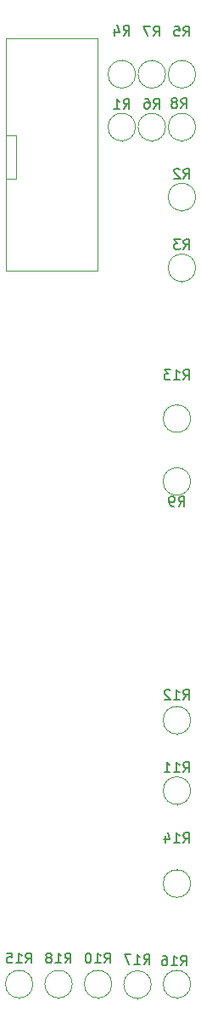
<source format=gbo>
%TF.GenerationSoftware,KiCad,Pcbnew,5.1.9+dfsg1-1~bpo10+1*%
%TF.CreationDate,2021-04-17T11:45:14+01:00*%
%TF.ProjectId,europower,6575726f-706f-4776-9572-2e6b69636164,rev?*%
%TF.SameCoordinates,Original*%
%TF.FileFunction,Legend,Bot*%
%TF.FilePolarity,Positive*%
%FSLAX46Y46*%
G04 Gerber Fmt 4.6, Leading zero omitted, Abs format (unit mm)*
G04 Created by KiCad (PCBNEW 5.1.9+dfsg1-1~bpo10+1) date 2021-04-17 11:45:14*
%MOMM*%
%LPD*%
G01*
G04 APERTURE LIST*
%ADD10C,0.120000*%
%ADD11C,0.150000*%
G04 APERTURE END LIST*
D10*
%TO.C,R18*%
X143058000Y-174250000D02*
G75*
G03*
X143058000Y-174250000I-1370000J0D01*
G01*
X141688000Y-175620000D02*
X141688000Y-175690000D01*
%TO.C,R17*%
X150932000Y-174290000D02*
G75*
G03*
X150932000Y-174290000I-1370000J0D01*
G01*
X149562000Y-175660000D02*
X149562000Y-175730000D01*
%TO.C,R16*%
X154870000Y-174250000D02*
G75*
G03*
X154870000Y-174250000I-1370000J0D01*
G01*
X153500000Y-175620000D02*
X153500000Y-175690000D01*
%TO.C,R15*%
X139120000Y-174250000D02*
G75*
G03*
X139120000Y-174250000I-1370000J0D01*
G01*
X137750000Y-175620000D02*
X137750000Y-175690000D01*
%TO.C,R14*%
X154870000Y-164250000D02*
G75*
G03*
X154870000Y-164250000I-1370000J0D01*
G01*
X153500000Y-162880000D02*
X153500000Y-162810000D01*
%TO.C,R13*%
X154870000Y-118000000D02*
G75*
G03*
X154870000Y-118000000I-1370000J0D01*
G01*
X153500000Y-116630000D02*
X153500000Y-116560000D01*
%TO.C,R12*%
X154870000Y-148000000D02*
G75*
G03*
X154870000Y-148000000I-1370000J0D01*
G01*
X153500000Y-149370000D02*
X153500000Y-149440000D01*
%TO.C,R11*%
X154870000Y-155000000D02*
G75*
G03*
X154870000Y-155000000I-1370000J0D01*
G01*
X153500000Y-156370000D02*
X153500000Y-156440000D01*
%TO.C,R10*%
X146995000Y-174250000D02*
G75*
G03*
X146995000Y-174250000I-1370000J0D01*
G01*
X145625000Y-175620000D02*
X145625000Y-175690000D01*
%TO.C,R9*%
X154870000Y-124250000D02*
G75*
G03*
X154870000Y-124250000I-1370000J0D01*
G01*
X153500000Y-122880000D02*
X153500000Y-122810000D01*
%TO.C,R8*%
X155370000Y-89000000D02*
G75*
G03*
X155370000Y-89000000I-1370000J0D01*
G01*
X154000000Y-90370000D02*
X154000000Y-90440000D01*
%TO.C,R7*%
X152370000Y-83750000D02*
G75*
G03*
X152370000Y-83750000I-1370000J0D01*
G01*
X151000000Y-82380000D02*
X151000000Y-82310000D01*
%TO.C,R6*%
X152370000Y-89000000D02*
G75*
G03*
X152370000Y-89000000I-1370000J0D01*
G01*
X151000000Y-90370000D02*
X151000000Y-90440000D01*
%TO.C,R5*%
X155370000Y-83750000D02*
G75*
G03*
X155370000Y-83750000I-1370000J0D01*
G01*
X154000000Y-82380000D02*
X154000000Y-82310000D01*
%TO.C,R4*%
X149370000Y-83750000D02*
G75*
G03*
X149370000Y-83750000I-1370000J0D01*
G01*
X148000000Y-82380000D02*
X148000000Y-82310000D01*
%TO.C,R3*%
X155370000Y-103000000D02*
G75*
G03*
X155370000Y-103000000I-1370000J0D01*
G01*
X154000000Y-104370000D02*
X154000000Y-104440000D01*
%TO.C,R2*%
X155370000Y-95960000D02*
G75*
G03*
X155370000Y-95960000I-1370000J0D01*
G01*
X154000000Y-97330000D02*
X154000000Y-97400000D01*
%TO.C,R1*%
X149370000Y-89000000D02*
G75*
G03*
X149370000Y-89000000I-1370000J0D01*
G01*
X148000000Y-90370000D02*
X148000000Y-90440000D01*
%TO.C,U1*%
X136444000Y-103320000D02*
X145588000Y-103320000D01*
X145588000Y-103320000D02*
X145588000Y-80206000D01*
X145588000Y-80206000D02*
X136444000Y-80206000D01*
X136444000Y-80206000D02*
X136444000Y-103320000D01*
X136444000Y-94176000D02*
X137460000Y-94176000D01*
X137460000Y-94176000D02*
X137460000Y-89858000D01*
X137460000Y-89858000D02*
X136444000Y-89858000D01*
%TO.C,R18*%
D11*
X142330857Y-172162380D02*
X142664190Y-171686190D01*
X142902285Y-172162380D02*
X142902285Y-171162380D01*
X142521333Y-171162380D01*
X142426095Y-171210000D01*
X142378476Y-171257619D01*
X142330857Y-171352857D01*
X142330857Y-171495714D01*
X142378476Y-171590952D01*
X142426095Y-171638571D01*
X142521333Y-171686190D01*
X142902285Y-171686190D01*
X141378476Y-172162380D02*
X141949904Y-172162380D01*
X141664190Y-172162380D02*
X141664190Y-171162380D01*
X141759428Y-171305238D01*
X141854666Y-171400476D01*
X141949904Y-171448095D01*
X140807047Y-171590952D02*
X140902285Y-171543333D01*
X140949904Y-171495714D01*
X140997523Y-171400476D01*
X140997523Y-171352857D01*
X140949904Y-171257619D01*
X140902285Y-171210000D01*
X140807047Y-171162380D01*
X140616571Y-171162380D01*
X140521333Y-171210000D01*
X140473714Y-171257619D01*
X140426095Y-171352857D01*
X140426095Y-171400476D01*
X140473714Y-171495714D01*
X140521333Y-171543333D01*
X140616571Y-171590952D01*
X140807047Y-171590952D01*
X140902285Y-171638571D01*
X140949904Y-171686190D01*
X140997523Y-171781428D01*
X140997523Y-171971904D01*
X140949904Y-172067142D01*
X140902285Y-172114761D01*
X140807047Y-172162380D01*
X140616571Y-172162380D01*
X140521333Y-172114761D01*
X140473714Y-172067142D01*
X140426095Y-171971904D01*
X140426095Y-171781428D01*
X140473714Y-171686190D01*
X140521333Y-171638571D01*
X140616571Y-171590952D01*
%TO.C,R17*%
X150204857Y-172282380D02*
X150538190Y-171806190D01*
X150776285Y-172282380D02*
X150776285Y-171282380D01*
X150395333Y-171282380D01*
X150300095Y-171330000D01*
X150252476Y-171377619D01*
X150204857Y-171472857D01*
X150204857Y-171615714D01*
X150252476Y-171710952D01*
X150300095Y-171758571D01*
X150395333Y-171806190D01*
X150776285Y-171806190D01*
X149252476Y-172282380D02*
X149823904Y-172282380D01*
X149538190Y-172282380D02*
X149538190Y-171282380D01*
X149633428Y-171425238D01*
X149728666Y-171520476D01*
X149823904Y-171568095D01*
X148919142Y-171282380D02*
X148252476Y-171282380D01*
X148681047Y-172282380D01*
%TO.C,R16*%
X153888857Y-172416380D02*
X154222190Y-171940190D01*
X154460285Y-172416380D02*
X154460285Y-171416380D01*
X154079333Y-171416380D01*
X153984095Y-171464000D01*
X153936476Y-171511619D01*
X153888857Y-171606857D01*
X153888857Y-171749714D01*
X153936476Y-171844952D01*
X153984095Y-171892571D01*
X154079333Y-171940190D01*
X154460285Y-171940190D01*
X152936476Y-172416380D02*
X153507904Y-172416380D01*
X153222190Y-172416380D02*
X153222190Y-171416380D01*
X153317428Y-171559238D01*
X153412666Y-171654476D01*
X153507904Y-171702095D01*
X152079333Y-171416380D02*
X152269809Y-171416380D01*
X152365047Y-171464000D01*
X152412666Y-171511619D01*
X152507904Y-171654476D01*
X152555523Y-171844952D01*
X152555523Y-172225904D01*
X152507904Y-172321142D01*
X152460285Y-172368761D01*
X152365047Y-172416380D01*
X152174571Y-172416380D01*
X152079333Y-172368761D01*
X152031714Y-172321142D01*
X151984095Y-172225904D01*
X151984095Y-171987809D01*
X152031714Y-171892571D01*
X152079333Y-171844952D01*
X152174571Y-171797333D01*
X152365047Y-171797333D01*
X152460285Y-171844952D01*
X152507904Y-171892571D01*
X152555523Y-171987809D01*
%TO.C,R15*%
X138392857Y-172162380D02*
X138726190Y-171686190D01*
X138964285Y-172162380D02*
X138964285Y-171162380D01*
X138583333Y-171162380D01*
X138488095Y-171210000D01*
X138440476Y-171257619D01*
X138392857Y-171352857D01*
X138392857Y-171495714D01*
X138440476Y-171590952D01*
X138488095Y-171638571D01*
X138583333Y-171686190D01*
X138964285Y-171686190D01*
X137440476Y-172162380D02*
X138011904Y-172162380D01*
X137726190Y-172162380D02*
X137726190Y-171162380D01*
X137821428Y-171305238D01*
X137916666Y-171400476D01*
X138011904Y-171448095D01*
X136535714Y-171162380D02*
X137011904Y-171162380D01*
X137059523Y-171638571D01*
X137011904Y-171590952D01*
X136916666Y-171543333D01*
X136678571Y-171543333D01*
X136583333Y-171590952D01*
X136535714Y-171638571D01*
X136488095Y-171733809D01*
X136488095Y-171971904D01*
X136535714Y-172067142D01*
X136583333Y-172114761D01*
X136678571Y-172162380D01*
X136916666Y-172162380D01*
X137011904Y-172114761D01*
X137059523Y-172067142D01*
%TO.C,R14*%
X154142857Y-160202380D02*
X154476190Y-159726190D01*
X154714285Y-160202380D02*
X154714285Y-159202380D01*
X154333333Y-159202380D01*
X154238095Y-159250000D01*
X154190476Y-159297619D01*
X154142857Y-159392857D01*
X154142857Y-159535714D01*
X154190476Y-159630952D01*
X154238095Y-159678571D01*
X154333333Y-159726190D01*
X154714285Y-159726190D01*
X153190476Y-160202380D02*
X153761904Y-160202380D01*
X153476190Y-160202380D02*
X153476190Y-159202380D01*
X153571428Y-159345238D01*
X153666666Y-159440476D01*
X153761904Y-159488095D01*
X152333333Y-159535714D02*
X152333333Y-160202380D01*
X152571428Y-159154761D02*
X152809523Y-159869047D01*
X152190476Y-159869047D01*
%TO.C,R13*%
X154142857Y-114134380D02*
X154476190Y-113658190D01*
X154714285Y-114134380D02*
X154714285Y-113134380D01*
X154333333Y-113134380D01*
X154238095Y-113182000D01*
X154190476Y-113229619D01*
X154142857Y-113324857D01*
X154142857Y-113467714D01*
X154190476Y-113562952D01*
X154238095Y-113610571D01*
X154333333Y-113658190D01*
X154714285Y-113658190D01*
X153190476Y-114134380D02*
X153761904Y-114134380D01*
X153476190Y-114134380D02*
X153476190Y-113134380D01*
X153571428Y-113277238D01*
X153666666Y-113372476D01*
X153761904Y-113420095D01*
X152857142Y-113134380D02*
X152238095Y-113134380D01*
X152571428Y-113515333D01*
X152428571Y-113515333D01*
X152333333Y-113562952D01*
X152285714Y-113610571D01*
X152238095Y-113705809D01*
X152238095Y-113943904D01*
X152285714Y-114039142D01*
X152333333Y-114086761D01*
X152428571Y-114134380D01*
X152714285Y-114134380D01*
X152809523Y-114086761D01*
X152857142Y-114039142D01*
%TO.C,R12*%
X154142857Y-145952380D02*
X154476190Y-145476190D01*
X154714285Y-145952380D02*
X154714285Y-144952380D01*
X154333333Y-144952380D01*
X154238095Y-145000000D01*
X154190476Y-145047619D01*
X154142857Y-145142857D01*
X154142857Y-145285714D01*
X154190476Y-145380952D01*
X154238095Y-145428571D01*
X154333333Y-145476190D01*
X154714285Y-145476190D01*
X153190476Y-145952380D02*
X153761904Y-145952380D01*
X153476190Y-145952380D02*
X153476190Y-144952380D01*
X153571428Y-145095238D01*
X153666666Y-145190476D01*
X153761904Y-145238095D01*
X152809523Y-145047619D02*
X152761904Y-145000000D01*
X152666666Y-144952380D01*
X152428571Y-144952380D01*
X152333333Y-145000000D01*
X152285714Y-145047619D01*
X152238095Y-145142857D01*
X152238095Y-145238095D01*
X152285714Y-145380952D01*
X152857142Y-145952380D01*
X152238095Y-145952380D01*
%TO.C,R11*%
X154142857Y-153166380D02*
X154476190Y-152690190D01*
X154714285Y-153166380D02*
X154714285Y-152166380D01*
X154333333Y-152166380D01*
X154238095Y-152214000D01*
X154190476Y-152261619D01*
X154142857Y-152356857D01*
X154142857Y-152499714D01*
X154190476Y-152594952D01*
X154238095Y-152642571D01*
X154333333Y-152690190D01*
X154714285Y-152690190D01*
X153190476Y-153166380D02*
X153761904Y-153166380D01*
X153476190Y-153166380D02*
X153476190Y-152166380D01*
X153571428Y-152309238D01*
X153666666Y-152404476D01*
X153761904Y-152452095D01*
X152238095Y-153166380D02*
X152809523Y-153166380D01*
X152523809Y-153166380D02*
X152523809Y-152166380D01*
X152619047Y-152309238D01*
X152714285Y-152404476D01*
X152809523Y-152452095D01*
%TO.C,R10*%
X146267857Y-172162380D02*
X146601190Y-171686190D01*
X146839285Y-172162380D02*
X146839285Y-171162380D01*
X146458333Y-171162380D01*
X146363095Y-171210000D01*
X146315476Y-171257619D01*
X146267857Y-171352857D01*
X146267857Y-171495714D01*
X146315476Y-171590952D01*
X146363095Y-171638571D01*
X146458333Y-171686190D01*
X146839285Y-171686190D01*
X145315476Y-172162380D02*
X145886904Y-172162380D01*
X145601190Y-172162380D02*
X145601190Y-171162380D01*
X145696428Y-171305238D01*
X145791666Y-171400476D01*
X145886904Y-171448095D01*
X144696428Y-171162380D02*
X144601190Y-171162380D01*
X144505952Y-171210000D01*
X144458333Y-171257619D01*
X144410714Y-171352857D01*
X144363095Y-171543333D01*
X144363095Y-171781428D01*
X144410714Y-171971904D01*
X144458333Y-172067142D01*
X144505952Y-172114761D01*
X144601190Y-172162380D01*
X144696428Y-172162380D01*
X144791666Y-172114761D01*
X144839285Y-172067142D01*
X144886904Y-171971904D01*
X144934523Y-171781428D01*
X144934523Y-171543333D01*
X144886904Y-171352857D01*
X144839285Y-171257619D01*
X144791666Y-171210000D01*
X144696428Y-171162380D01*
%TO.C,R9*%
X153666666Y-126734380D02*
X154000000Y-126258190D01*
X154238095Y-126734380D02*
X154238095Y-125734380D01*
X153857142Y-125734380D01*
X153761904Y-125782000D01*
X153714285Y-125829619D01*
X153666666Y-125924857D01*
X153666666Y-126067714D01*
X153714285Y-126162952D01*
X153761904Y-126210571D01*
X153857142Y-126258190D01*
X154238095Y-126258190D01*
X153190476Y-126734380D02*
X153000000Y-126734380D01*
X152904761Y-126686761D01*
X152857142Y-126639142D01*
X152761904Y-126496285D01*
X152714285Y-126305809D01*
X152714285Y-125924857D01*
X152761904Y-125829619D01*
X152809523Y-125782000D01*
X152904761Y-125734380D01*
X153095238Y-125734380D01*
X153190476Y-125782000D01*
X153238095Y-125829619D01*
X153285714Y-125924857D01*
X153285714Y-126162952D01*
X153238095Y-126258190D01*
X153190476Y-126305809D01*
X153095238Y-126353428D01*
X152904761Y-126353428D01*
X152809523Y-126305809D01*
X152761904Y-126258190D01*
X152714285Y-126162952D01*
%TO.C,R8*%
X153912666Y-87129880D02*
X154246000Y-86653690D01*
X154484095Y-87129880D02*
X154484095Y-86129880D01*
X154103142Y-86129880D01*
X154007904Y-86177500D01*
X153960285Y-86225119D01*
X153912666Y-86320357D01*
X153912666Y-86463214D01*
X153960285Y-86558452D01*
X154007904Y-86606071D01*
X154103142Y-86653690D01*
X154484095Y-86653690D01*
X153341238Y-86558452D02*
X153436476Y-86510833D01*
X153484095Y-86463214D01*
X153531714Y-86367976D01*
X153531714Y-86320357D01*
X153484095Y-86225119D01*
X153436476Y-86177500D01*
X153341238Y-86129880D01*
X153150761Y-86129880D01*
X153055523Y-86177500D01*
X153007904Y-86225119D01*
X152960285Y-86320357D01*
X152960285Y-86367976D01*
X153007904Y-86463214D01*
X153055523Y-86510833D01*
X153150761Y-86558452D01*
X153341238Y-86558452D01*
X153436476Y-86606071D01*
X153484095Y-86653690D01*
X153531714Y-86748928D01*
X153531714Y-86939404D01*
X153484095Y-87034642D01*
X153436476Y-87082261D01*
X153341238Y-87129880D01*
X153150761Y-87129880D01*
X153055523Y-87082261D01*
X153007904Y-87034642D01*
X152960285Y-86939404D01*
X152960285Y-86748928D01*
X153007904Y-86653690D01*
X153055523Y-86606071D01*
X153150761Y-86558452D01*
%TO.C,R7*%
X151166666Y-79952380D02*
X151500000Y-79476190D01*
X151738095Y-79952380D02*
X151738095Y-78952380D01*
X151357142Y-78952380D01*
X151261904Y-79000000D01*
X151214285Y-79047619D01*
X151166666Y-79142857D01*
X151166666Y-79285714D01*
X151214285Y-79380952D01*
X151261904Y-79428571D01*
X151357142Y-79476190D01*
X151738095Y-79476190D01*
X150833333Y-78952380D02*
X150166666Y-78952380D01*
X150595238Y-79952380D01*
%TO.C,R6*%
X151166666Y-87166380D02*
X151500000Y-86690190D01*
X151738095Y-87166380D02*
X151738095Y-86166380D01*
X151357142Y-86166380D01*
X151261904Y-86214000D01*
X151214285Y-86261619D01*
X151166666Y-86356857D01*
X151166666Y-86499714D01*
X151214285Y-86594952D01*
X151261904Y-86642571D01*
X151357142Y-86690190D01*
X151738095Y-86690190D01*
X150309523Y-86166380D02*
X150500000Y-86166380D01*
X150595238Y-86214000D01*
X150642857Y-86261619D01*
X150738095Y-86404476D01*
X150785714Y-86594952D01*
X150785714Y-86975904D01*
X150738095Y-87071142D01*
X150690476Y-87118761D01*
X150595238Y-87166380D01*
X150404761Y-87166380D01*
X150309523Y-87118761D01*
X150261904Y-87071142D01*
X150214285Y-86975904D01*
X150214285Y-86737809D01*
X150261904Y-86642571D01*
X150309523Y-86594952D01*
X150404761Y-86547333D01*
X150595238Y-86547333D01*
X150690476Y-86594952D01*
X150738095Y-86642571D01*
X150785714Y-86737809D01*
%TO.C,R5*%
X154166666Y-79952380D02*
X154500000Y-79476190D01*
X154738095Y-79952380D02*
X154738095Y-78952380D01*
X154357142Y-78952380D01*
X154261904Y-79000000D01*
X154214285Y-79047619D01*
X154166666Y-79142857D01*
X154166666Y-79285714D01*
X154214285Y-79380952D01*
X154261904Y-79428571D01*
X154357142Y-79476190D01*
X154738095Y-79476190D01*
X153261904Y-78952380D02*
X153738095Y-78952380D01*
X153785714Y-79428571D01*
X153738095Y-79380952D01*
X153642857Y-79333333D01*
X153404761Y-79333333D01*
X153309523Y-79380952D01*
X153261904Y-79428571D01*
X153214285Y-79523809D01*
X153214285Y-79761904D01*
X153261904Y-79857142D01*
X153309523Y-79904761D01*
X153404761Y-79952380D01*
X153642857Y-79952380D01*
X153738095Y-79904761D01*
X153785714Y-79857142D01*
%TO.C,R4*%
X148166666Y-79884380D02*
X148500000Y-79408190D01*
X148738095Y-79884380D02*
X148738095Y-78884380D01*
X148357142Y-78884380D01*
X148261904Y-78932000D01*
X148214285Y-78979619D01*
X148166666Y-79074857D01*
X148166666Y-79217714D01*
X148214285Y-79312952D01*
X148261904Y-79360571D01*
X148357142Y-79408190D01*
X148738095Y-79408190D01*
X147309523Y-79217714D02*
X147309523Y-79884380D01*
X147547619Y-78836761D02*
X147785714Y-79551047D01*
X147166666Y-79551047D01*
%TO.C,R3*%
X154166666Y-101166380D02*
X154500000Y-100690190D01*
X154738095Y-101166380D02*
X154738095Y-100166380D01*
X154357142Y-100166380D01*
X154261904Y-100214000D01*
X154214285Y-100261619D01*
X154166666Y-100356857D01*
X154166666Y-100499714D01*
X154214285Y-100594952D01*
X154261904Y-100642571D01*
X154357142Y-100690190D01*
X154738095Y-100690190D01*
X153833333Y-100166380D02*
X153214285Y-100166380D01*
X153547619Y-100547333D01*
X153404761Y-100547333D01*
X153309523Y-100594952D01*
X153261904Y-100642571D01*
X153214285Y-100737809D01*
X153214285Y-100975904D01*
X153261904Y-101071142D01*
X153309523Y-101118761D01*
X153404761Y-101166380D01*
X153690476Y-101166380D01*
X153785714Y-101118761D01*
X153833333Y-101071142D01*
%TO.C,R2*%
X154166666Y-94126380D02*
X154500000Y-93650190D01*
X154738095Y-94126380D02*
X154738095Y-93126380D01*
X154357142Y-93126380D01*
X154261904Y-93174000D01*
X154214285Y-93221619D01*
X154166666Y-93316857D01*
X154166666Y-93459714D01*
X154214285Y-93554952D01*
X154261904Y-93602571D01*
X154357142Y-93650190D01*
X154738095Y-93650190D01*
X153785714Y-93221619D02*
X153738095Y-93174000D01*
X153642857Y-93126380D01*
X153404761Y-93126380D01*
X153309523Y-93174000D01*
X153261904Y-93221619D01*
X153214285Y-93316857D01*
X153214285Y-93412095D01*
X153261904Y-93554952D01*
X153833333Y-94126380D01*
X153214285Y-94126380D01*
%TO.C,R1*%
X148166666Y-87202380D02*
X148500000Y-86726190D01*
X148738095Y-87202380D02*
X148738095Y-86202380D01*
X148357142Y-86202380D01*
X148261904Y-86250000D01*
X148214285Y-86297619D01*
X148166666Y-86392857D01*
X148166666Y-86535714D01*
X148214285Y-86630952D01*
X148261904Y-86678571D01*
X148357142Y-86726190D01*
X148738095Y-86726190D01*
X147214285Y-87202380D02*
X147785714Y-87202380D01*
X147500000Y-87202380D02*
X147500000Y-86202380D01*
X147595238Y-86345238D01*
X147690476Y-86440476D01*
X147785714Y-86488095D01*
%TD*%
M02*

</source>
